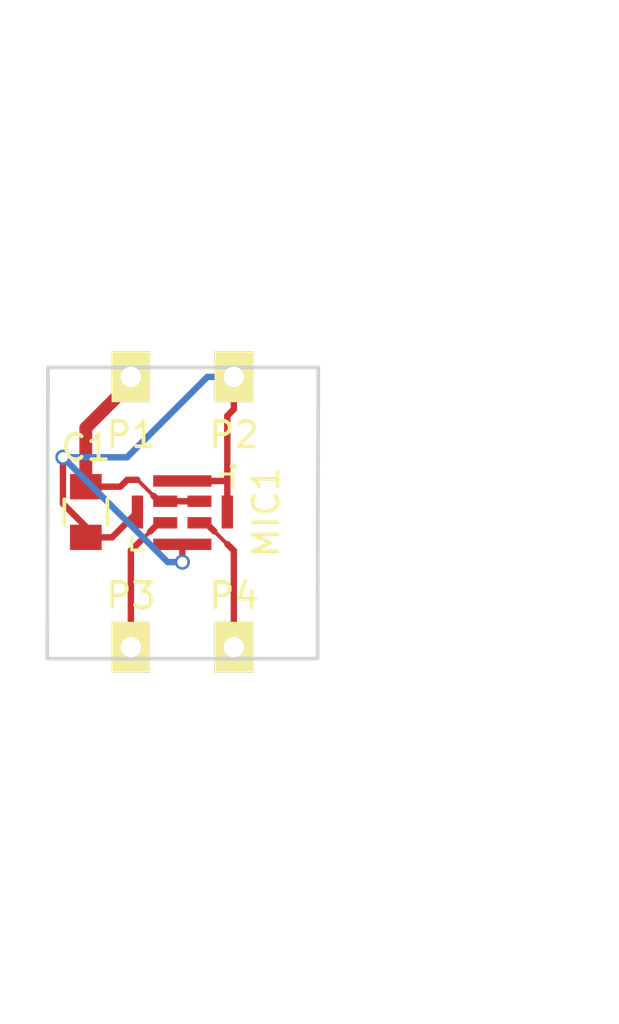
<source format=kicad_pcb>
(kicad_pcb (version 20171130) (host pcbnew "(5.1.12)-1")

  (general
    (thickness 1.6)
    (drawings 5)
    (tracks 42)
    (zones 0)
    (modules 6)
    (nets 5)
  )

  (page A4)
  (layers
    (0 F.Cu signal)
    (31 B.Cu signal)
    (32 B.Adhes user)
    (33 F.Adhes user hide)
    (34 B.Paste user)
    (35 F.Paste user)
    (36 B.SilkS user)
    (37 F.SilkS user)
    (38 B.Mask user)
    (39 F.Mask user)
    (40 Dwgs.User user)
    (41 Cmts.User user)
    (42 Eco1.User user)
    (43 Eco2.User user)
    (44 Edge.Cuts user)
    (45 Margin user)
    (46 B.CrtYd user)
    (47 F.CrtYd user)
    (48 B.Fab user)
    (49 F.Fab user)
  )

  (setup
    (last_trace_width 0.254)
    (trace_clearance 0.1524)
    (zone_clearance 0.2032)
    (zone_45_only no)
    (trace_min 0.1524)
    (via_size 0.6)
    (via_drill 0.4)
    (via_min_size 0.508)
    (via_min_drill 0.3556)
    (uvia_size 0.3)
    (uvia_drill 0.1)
    (uvias_allowed no)
    (uvia_min_size 0.2)
    (uvia_min_drill 0.1)
    (edge_width 0.15)
    (segment_width 0.2)
    (pcb_text_width 0.3)
    (pcb_text_size 1.5 1.5)
    (mod_edge_width 0.15)
    (mod_text_size 1 1)
    (mod_text_width 0.15)
    (pad_size 1.524 1.524)
    (pad_drill 0.762)
    (pad_to_mask_clearance 0.2)
    (aux_axis_origin 0 0)
    (grid_origin 29.718 39.116)
    (visible_elements 7FFFFFFF)
    (pcbplotparams
      (layerselection 0x00030_80000001)
      (usegerberextensions false)
      (usegerberattributes true)
      (usegerberadvancedattributes true)
      (creategerberjobfile true)
      (excludeedgelayer true)
      (linewidth 0.100000)
      (plotframeref false)
      (viasonmask false)
      (mode 1)
      (useauxorigin false)
      (hpglpennumber 1)
      (hpglpenspeed 20)
      (hpglpendiameter 15.000000)
      (psnegative false)
      (psa4output false)
      (plotreference true)
      (plotvalue true)
      (plotinvisibletext false)
      (padsonsilk false)
      (subtractmaskfromsilk false)
      (outputformat 1)
      (mirror false)
      (drillshape 1)
      (scaleselection 1)
      (outputdirectory ""))
  )

  (net 0 "")
  (net 1 DVDD)
  (net 2 DGND)
  (net 3 /OUT)
  (net 4 /CLK)

  (net_class Default "This is the default net class."
    (clearance 0.1524)
    (trace_width 0.254)
    (via_dia 0.6)
    (via_drill 0.4)
    (uvia_dia 0.3)
    (uvia_drill 0.1)
    (add_net /CLK)
    (add_net /OUT)
    (add_net DGND)
    (add_net DVDD)
  )

  (module mems_array:Castellated_Pad (layer F.Cu) (tedit 5675D613) (tstamp 5675D425)
    (at 37.084 39.116)
    (path /5675D2CA)
    (fp_text reference P4 (at 0 -2.032) (layer F.SilkS)
      (effects (font (size 1 1) (thickness 0.15)))
    )
    (fp_text value CASTELLATED_PAD (at 0 8.128 90) (layer F.Fab)
      (effects (font (size 1 1) (thickness 0.15)))
    )
    (pad 1 thru_hole rect (at 0 0) (size 1.524 2) (drill 0.8) (layers *.Cu *.Mask F.SilkS)
      (net 3 /OUT))
  )

  (module mems_array:Mic-MEMS_Top_8_pins (layer F.Cu) (tedit 5674752B) (tstamp 5675D411)
    (at 35.052 33.782 90)
    (path /5675C9FA)
    (fp_text reference MIC1 (at 0 3.302 270) (layer F.SilkS)
      (effects (font (size 1 1) (thickness 0.15)))
    )
    (fp_text value MEMS_MIC (at 0 6.35 270) (layer F.Fab)
      (effects (font (size 1 1) (thickness 0.15)))
    )
    (fp_circle (center 1.8 2) (end 1.85 2.05) (layer F.SilkS) (width 0.12))
    (fp_line (start -1.6 -2.1) (end 1.6 -2.1) (layer F.CrtYd) (width 0.05))
    (fp_line (start 1.6 -2.1) (end 1.6 2.1) (layer F.CrtYd) (width 0.05))
    (fp_line (start 1.6 2.1) (end -1.6 2.1) (layer F.CrtYd) (width 0.05))
    (fp_line (start -1.6 2.1) (end -1.6 -2.1) (layer F.CrtYd) (width 0.05))
    (fp_line (start -1.5 -2) (end -1.5 -1.5) (layer F.SilkS) (width 0.12))
    (fp_line (start -1.5 -2) (end -1 -2) (layer F.SilkS) (width 0.12))
    (fp_line (start 1.5 2) (end 1 2) (layer F.SilkS) (width 0.12))
    (fp_line (start 1.5 2) (end 1.5 1.5) (layer F.SilkS) (width 0.12))
    (pad 4 smd rect (at -0.425 0.675 90) (size 0.45 0.95) (layers F.Cu F.Paste F.Mask)
      (net 3 /OUT))
    (pad 3 smd rect (at -0.425 -0.675 90) (size 0.45 0.95) (layers F.Cu F.Paste F.Mask)
      (net 4 /CLK))
    (pad 2 smd rect (at 0.425 -0.675 90) (size 0.45 0.95) (layers F.Cu F.Paste F.Mask)
      (net 1 DVDD))
    (pad 1 smd rect (at 0.425 0.675 90) (size 0.45 0.95) (layers F.Cu F.Paste F.Mask)
      (net 1 DVDD))
    (pad 5 smd rect (at 1.225 0 90) (size 0.45 2.3) (layers F.Cu F.Paste F.Mask)
      (net 2 DGND))
    (pad 5 smd rect (at -1.275 0 90) (size 0.45 2.3) (layers F.Cu F.Paste F.Mask)
      (net 2 DGND))
    (pad 5 smd rect (at 0 1.775 90) (size 1.3 0.45) (layers F.Cu F.Paste F.Mask)
      (net 2 DGND))
    (pad 5 smd rect (at 0 -1.775 90) (size 1.3 0.45) (layers F.Cu F.Paste F.Mask)
      (net 2 DGND))
  )

  (module mems_array:Castellated_Pad (layer F.Cu) (tedit 5675D613) (tstamp 5675D416)
    (at 33.02 28.448)
    (path /5675D1D9)
    (fp_text reference P1 (at 0 2.286) (layer F.SilkS)
      (effects (font (size 1 1) (thickness 0.15)))
    )
    (fp_text value CASTELLATED_PAD (at 0 -8.128 90) (layer F.Fab)
      (effects (font (size 1 1) (thickness 0.15)))
    )
    (pad 1 thru_hole rect (at 0 0) (size 1.524 2) (drill 0.8) (layers *.Cu *.Mask F.SilkS)
      (net 1 DVDD))
  )

  (module mems_array:Castellated_Pad (layer F.Cu) (tedit 5675D613) (tstamp 5675D420)
    (at 33.02 39.116)
    (path /5675D2A7)
    (fp_text reference P3 (at 0 -2.032) (layer F.SilkS)
      (effects (font (size 1 1) (thickness 0.15)))
    )
    (fp_text value CASTELLATED_PAD (at 0 8.128 90) (layer F.Fab)
      (effects (font (size 1 1) (thickness 0.15)))
    )
    (pad 1 thru_hole rect (at 0 0) (size 1.524 2) (drill 0.8) (layers *.Cu *.Mask F.SilkS)
      (net 4 /CLK))
  )

  (module Capacitors_SMD:C_0805 (layer F.Cu) (tedit 5415D6EA) (tstamp 5675D405)
    (at 31.242 33.782 270)
    (descr "Capacitor SMD 0805, reflow soldering, AVX (see smccp.pdf)")
    (tags "capacitor 0805")
    (path /5675CA9B)
    (attr smd)
    (fp_text reference C1 (at -2.54 0) (layer F.SilkS)
      (effects (font (size 1 1) (thickness 0.15)))
    )
    (fp_text value 1uF (at 0 2.54 90) (layer F.Fab)
      (effects (font (size 1 1) (thickness 0.15)))
    )
    (fp_line (start -1.8 -1) (end 1.8 -1) (layer F.CrtYd) (width 0.05))
    (fp_line (start -1.8 1) (end 1.8 1) (layer F.CrtYd) (width 0.05))
    (fp_line (start -1.8 -1) (end -1.8 1) (layer F.CrtYd) (width 0.05))
    (fp_line (start 1.8 -1) (end 1.8 1) (layer F.CrtYd) (width 0.05))
    (fp_line (start 0.5 -0.85) (end -0.5 -0.85) (layer F.SilkS) (width 0.15))
    (fp_line (start -0.5 0.85) (end 0.5 0.85) (layer F.SilkS) (width 0.15))
    (pad 1 smd rect (at -1 0 270) (size 1 1.25) (layers F.Cu F.Paste F.Mask)
      (net 1 DVDD))
    (pad 2 smd rect (at 1 0 270) (size 1 1.25) (layers F.Cu F.Paste F.Mask)
      (net 2 DGND))
    (model Capacitors_SMD.3dshapes/C_0805.wrl
      (at (xyz 0 0 0))
      (scale (xyz 1 1 1))
      (rotate (xyz 0 0 0))
    )
  )

  (module mems_array:Castellated_Pad (layer F.Cu) (tedit 5675D613) (tstamp 5675D41B)
    (at 37.084 28.448)
    (path /5675D287)
    (fp_text reference P2 (at 0 2.286) (layer F.SilkS)
      (effects (font (size 1 1) (thickness 0.15)))
    )
    (fp_text value CASTELLATED_PAD (at 0 -8.128 90) (layer F.Fab)
      (effects (font (size 1 1) (thickness 0.15)))
    )
    (pad 1 thru_hole rect (at 0 0) (size 1.524 2) (drill 0.8) (layers *.Cu *.Mask F.SilkS)
      (net 2 DGND))
  )

  (dimension 10.668 (width 0.3) (layer F.Fab)
    (gr_text "10.668 mm" (at 49.61 33.782 270) (layer F.Fab)
      (effects (font (size 1.5 1.5) (thickness 0.3)))
    )
    (feature1 (pts (xy 40.386 39.116) (xy 50.96 39.116)))
    (feature2 (pts (xy 40.386 28.448) (xy 50.96 28.448)))
    (crossbar (pts (xy 48.26 28.448) (xy 48.26 39.116)))
    (arrow1a (pts (xy 48.26 39.116) (xy 47.673579 37.989496)))
    (arrow1b (pts (xy 48.26 39.116) (xy 48.846421 37.989496)))
    (arrow2a (pts (xy 48.26 28.448) (xy 47.673579 29.574504)))
    (arrow2b (pts (xy 48.26 28.448) (xy 48.846421 29.574504)))
  )
  (gr_line (start 29.74848 28.07716) (end 40.41648 28.07716) (layer Edge.Cuts) (width 0.15))
  (gr_line (start 40.386 39.56812) (end 29.718 39.56812) (layer Edge.Cuts) (width 0.15))
  (gr_line (start 29.718 39.56812) (end 29.74848 28.07716) (layer Edge.Cuts) (width 0.15))
  (gr_line (start 40.41648 28.07716) (end 40.386 39.56812) (layer Edge.Cuts) (width 0.15))

  (segment (start 34.377 33.357) (end 34.127 33.357) (width 0.254) (layer F.Cu) (net 1))
  (segment (start 34.127 33.357) (end 33.909 33.139) (width 0.254) (layer F.Cu) (net 1))
  (segment (start 34.377 33.357) (end 35.727 33.357) (width 0.254) (layer F.Cu) (net 1))
  (segment (start 33.274 32.512) (end 33.282 32.512) (width 0.1524) (layer F.Cu) (net 1))
  (segment (start 33.282 32.512) (end 33.909 33.139) (width 0.1524) (layer F.Cu) (net 1))
  (segment (start 33.274 32.512) (end 32.875 32.512) (width 0.254) (layer F.Cu) (net 1))
  (segment (start 32.875 32.512) (end 32.605 32.782) (width 0.254) (layer F.Cu) (net 1))
  (segment (start 32.605 32.782) (end 31.242 32.782) (width 0.254) (layer F.Cu) (net 1))
  (segment (start 33.02 28.448) (end 33.02 28.686) (width 0.508) (layer F.Cu) (net 1))
  (segment (start 33.02 28.686) (end 31.242 30.464) (width 0.508) (layer F.Cu) (net 1))
  (segment (start 31.242 30.464) (end 31.242 32.782) (width 0.508) (layer F.Cu) (net 1))
  (segment (start 36.827 32.557) (end 36.827 29.9845) (width 0.254) (layer F.Cu) (net 2))
  (segment (start 36.827 29.9845) (end 37.084 29.7275) (width 0.254) (layer F.Cu) (net 2))
  (segment (start 36.827 33.782) (end 36.827 32.557) (width 0.254) (layer F.Cu) (net 2))
  (segment (start 35.052 32.557) (end 36.827 32.557) (width 0.254) (layer F.Cu) (net 2))
  (segment (start 35.052 35.057) (end 35.052 35.7584) (width 0.254) (layer F.Cu) (net 2))
  (segment (start 30.3374 31.622) (end 34.4738 35.7584) (width 0.254) (layer B.Cu) (net 2))
  (segment (start 34.4738 35.7584) (end 35.052 35.7584) (width 0.254) (layer B.Cu) (net 2))
  (segment (start 37.084 28.448) (end 37.084 29.7275) (width 0.254) (layer F.Cu) (net 2))
  (segment (start 37.084 28.448) (end 36.0425 28.448) (width 0.254) (layer B.Cu) (net 2))
  (segment (start 31.7595 34.782) (end 31.6646 34.782) (width 0.254) (layer F.Cu) (net 2))
  (segment (start 31.6646 34.782) (end 30.3374 33.4548) (width 0.254) (layer F.Cu) (net 2))
  (segment (start 30.3374 33.4548) (end 30.3374 31.622) (width 0.254) (layer F.Cu) (net 2))
  (segment (start 36.0425 28.448) (end 32.8685 31.622) (width 0.254) (layer B.Cu) (net 2))
  (segment (start 32.8685 31.622) (end 30.3374 31.622) (width 0.254) (layer B.Cu) (net 2))
  (segment (start 31.7595 34.782) (end 32.277 34.782) (width 0.254) (layer F.Cu) (net 2))
  (segment (start 32.277 34.782) (end 33.277 33.782) (width 0.254) (layer F.Cu) (net 2))
  (segment (start 31.242 34.782) (end 31.7595 34.782) (width 0.254) (layer F.Cu) (net 2))
  (via (at 35.052 35.7584) (size 0.6) (layers F.Cu B.Cu) (net 2))
  (via (at 30.3374 31.622) (size 0.6) (layers F.Cu B.Cu) (net 2))
  (segment (start 35.727 34.207) (end 35.977 34.207) (width 0.254) (layer F.Cu) (net 3))
  (segment (start 35.977 34.207) (end 36.314 34.544) (width 0.254) (layer F.Cu) (net 3))
  (segment (start 36.83 35.052) (end 36.822 35.052) (width 0.1524) (layer F.Cu) (net 3))
  (segment (start 36.822 35.052) (end 36.314 34.544) (width 0.1524) (layer F.Cu) (net 3))
  (segment (start 36.83 35.052) (end 37.084 35.306) (width 0.254) (layer F.Cu) (net 3))
  (segment (start 37.084 35.306) (end 37.084 39.116) (width 0.254) (layer F.Cu) (net 3))
  (segment (start 34.377 34.207) (end 34.127 34.207) (width 0.254) (layer F.Cu) (net 4))
  (segment (start 34.127 34.207) (end 33.782 34.552) (width 0.254) (layer F.Cu) (net 4))
  (segment (start 33.401 34.925) (end 33.401 34.933) (width 0.1524) (layer F.Cu) (net 4))
  (segment (start 33.401 34.933) (end 33.782 34.552) (width 0.1524) (layer F.Cu) (net 4))
  (segment (start 33.401 34.925) (end 33.02 35.306) (width 0.254) (layer F.Cu) (net 4))
  (segment (start 33.02 35.306) (end 33.02 39.116) (width 0.254) (layer F.Cu) (net 4))

)

</source>
